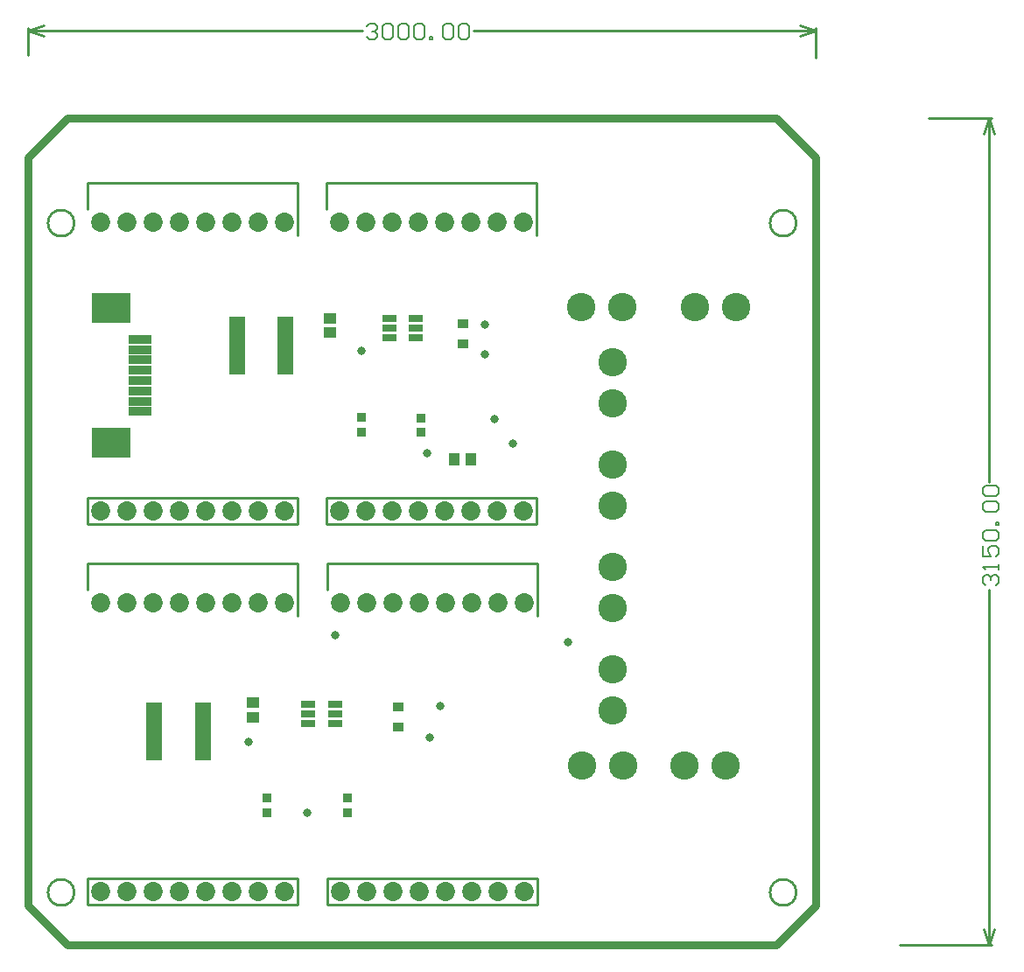
<source format=gbs>
G04*
G04 #@! TF.GenerationSoftware,Altium Limited,Altium Designer,22.9.1 (49)*
G04*
G04 Layer_Color=16711935*
%FSLAX24Y24*%
%MOIN*%
G70*
G04*
G04 #@! TF.SameCoordinates,10C0EDED-7795-41B1-8CC0-87200EC90710*
G04*
G04*
G04 #@! TF.FilePolarity,Negative*
G04*
G01*
G75*
%ADD12C,0.0100*%
%ADD14C,0.0300*%
%ADD15C,0.0060*%
%ADD19R,0.0434X0.0454*%
%ADD21C,0.0730*%
%ADD22C,0.1084*%
%ADD23C,0.0330*%
%ADD41R,0.0630X0.2244*%
%ADD43R,0.0398X0.0339*%
%ADD45R,0.1497X0.1135*%
%ADD46R,0.0867X0.0320*%
%ADD47R,0.0356X0.0356*%
%ADD48R,0.0533X0.0316*%
%ADD49R,0.0470X0.0387*%
D12*
X29250Y2000D02*
G03*
X29250Y2000I-500J0D01*
G01*
Y27500D02*
G03*
X29250Y27500I-500J0D01*
G01*
X1750Y2000D02*
G03*
X1750Y2000I-500J0D01*
G01*
Y27500D02*
G03*
X1750Y27500I-500J0D01*
G01*
X2250Y1550D02*
X10250D01*
Y2550D01*
X2250D02*
X10250D01*
X2250Y1550D02*
Y2550D01*
X10250Y12550D02*
Y14550D01*
X3250D02*
X10250D01*
X2250Y13550D02*
Y14550D01*
X3250D01*
X2250Y29050D02*
X3250D01*
X2250Y28050D02*
Y29050D01*
X3250D02*
X10250D01*
Y27050D02*
Y29050D01*
X2250Y16050D02*
Y17050D01*
X10250D01*
Y16050D02*
Y17050D01*
X2250Y16050D02*
X10250D01*
X11400Y1550D02*
X19400D01*
Y2550D01*
X11400D02*
X19400D01*
X11400Y1550D02*
Y2550D01*
X19400Y12550D02*
Y14550D01*
X12400D02*
X19400D01*
X11400Y13550D02*
Y14550D01*
X12400D01*
X11350Y16050D02*
X19350D01*
Y17050D01*
X11350D02*
X19350D01*
X11350Y16050D02*
Y17050D01*
X19350Y27050D02*
Y29050D01*
X12350D02*
X19350D01*
X11350Y28050D02*
Y29050D01*
X12350D01*
X0Y34850D02*
X600Y35050D01*
X0Y34850D02*
X600Y34650D01*
X29400D02*
X30000Y34850D01*
X29400Y35050D02*
X30000Y34850D01*
X0D02*
X12731D01*
X16949D02*
X30000D01*
X0Y33900D02*
Y34950D01*
X30000Y33800D02*
Y34950D01*
X36400Y600D02*
X36600Y0D01*
X36800Y600D01*
X36600Y31500D02*
X36800Y30900D01*
X36400D02*
X36600Y31500D01*
Y0D02*
Y13531D01*
Y17649D02*
Y31500D01*
X33200Y0D02*
X36700D01*
X34300Y31500D02*
X36700D01*
D14*
X30000Y1500D02*
Y30000D01*
X1500Y31500D02*
X28500D01*
X30000Y30000D01*
X-0D02*
X0Y1500D01*
Y30000D02*
X1500Y31500D01*
X28500Y0D02*
X30000Y1500D01*
X0D02*
X1500Y0D01*
X28500D01*
D15*
X12891Y34990D02*
X12991Y35090D01*
X13191D01*
X13290Y34990D01*
Y34890D01*
X13191Y34790D01*
X13091D01*
X13191D01*
X13290Y34690D01*
Y34590D01*
X13191Y34490D01*
X12991D01*
X12891Y34590D01*
X13490Y34990D02*
X13590Y35090D01*
X13790D01*
X13890Y34990D01*
Y34590D01*
X13790Y34490D01*
X13590D01*
X13490Y34590D01*
Y34990D01*
X14090D02*
X14190Y35090D01*
X14390D01*
X14490Y34990D01*
Y34590D01*
X14390Y34490D01*
X14190D01*
X14090Y34590D01*
Y34990D01*
X14690D02*
X14790Y35090D01*
X14990D01*
X15090Y34990D01*
Y34590D01*
X14990Y34490D01*
X14790D01*
X14690Y34590D01*
Y34990D01*
X15290Y34490D02*
Y34590D01*
X15390D01*
Y34490D01*
X15290D01*
X15790Y34990D02*
X15890Y35090D01*
X16090D01*
X16190Y34990D01*
Y34590D01*
X16090Y34490D01*
X15890D01*
X15790Y34590D01*
Y34990D01*
X16389D02*
X16489Y35090D01*
X16689D01*
X16789Y34990D01*
Y34590D01*
X16689Y34490D01*
X16489D01*
X16389Y34590D01*
Y34990D01*
X36460Y13691D02*
X36360Y13791D01*
Y13991D01*
X36460Y14090D01*
X36560D01*
X36660Y13991D01*
Y13891D01*
Y13991D01*
X36760Y14090D01*
X36860D01*
X36960Y13991D01*
Y13791D01*
X36860Y13691D01*
X36960Y14290D02*
Y14490D01*
Y14390D01*
X36360D01*
X36460Y14290D01*
X36360Y15190D02*
Y14790D01*
X36660D01*
X36560Y14990D01*
Y15090D01*
X36660Y15190D01*
X36860D01*
X36960Y15090D01*
Y14890D01*
X36860Y14790D01*
X36460Y15390D02*
X36360Y15490D01*
Y15690D01*
X36460Y15790D01*
X36860D01*
X36960Y15690D01*
Y15490D01*
X36860Y15390D01*
X36460D01*
X36960Y15990D02*
X36860D01*
Y16090D01*
X36960D01*
Y15990D01*
X36460Y16490D02*
X36360Y16590D01*
Y16790D01*
X36460Y16890D01*
X36860D01*
X36960Y16790D01*
Y16590D01*
X36860Y16490D01*
X36460D01*
Y17090D02*
X36360Y17189D01*
Y17389D01*
X36460Y17489D01*
X36860D01*
X36960Y17389D01*
Y17189D01*
X36860Y17090D01*
X36460D01*
D19*
X16235Y18500D02*
D03*
X16865D02*
D03*
D21*
X3750Y2050D02*
D03*
X9750Y13050D02*
D03*
X8750D02*
D03*
X7750D02*
D03*
X6750D02*
D03*
X5750D02*
D03*
X4750D02*
D03*
X3750D02*
D03*
X2750D02*
D03*
Y2050D02*
D03*
X9750D02*
D03*
X8750D02*
D03*
X7750D02*
D03*
X6750D02*
D03*
X5750D02*
D03*
X4750D02*
D03*
Y16550D02*
D03*
X5750D02*
D03*
X6750D02*
D03*
X7750D02*
D03*
X8750D02*
D03*
X9750D02*
D03*
X2750D02*
D03*
Y27550D02*
D03*
X3750D02*
D03*
X4750D02*
D03*
X5750D02*
D03*
X6750D02*
D03*
X7750D02*
D03*
X8750D02*
D03*
X9750D02*
D03*
X3750Y16550D02*
D03*
X12900Y2050D02*
D03*
X18900Y13050D02*
D03*
X17900D02*
D03*
X16900D02*
D03*
X15900D02*
D03*
X14900D02*
D03*
X13900D02*
D03*
X12900D02*
D03*
X11900D02*
D03*
Y2050D02*
D03*
X18900D02*
D03*
X17900D02*
D03*
X16900D02*
D03*
X15900D02*
D03*
X14900D02*
D03*
X13900D02*
D03*
X12850Y16550D02*
D03*
X18850Y27550D02*
D03*
X17850D02*
D03*
X16850D02*
D03*
X15850D02*
D03*
X14850D02*
D03*
X13850D02*
D03*
X12850D02*
D03*
X11850D02*
D03*
Y16550D02*
D03*
X18850D02*
D03*
X17850D02*
D03*
X16850D02*
D03*
X15850D02*
D03*
X14850D02*
D03*
X13850D02*
D03*
D22*
X21100Y6850D02*
D03*
X22659D02*
D03*
X25000D02*
D03*
X26559D02*
D03*
X22250Y8941D02*
D03*
Y10500D02*
D03*
Y12841D02*
D03*
Y14400D02*
D03*
Y16750D02*
D03*
Y18309D02*
D03*
Y22209D02*
D03*
Y20650D02*
D03*
X26950Y24300D02*
D03*
X25391D02*
D03*
X22609D02*
D03*
X21050D02*
D03*
D23*
X17400Y23650D02*
D03*
Y22500D02*
D03*
X15300Y7900D02*
D03*
X15700Y9100D02*
D03*
X10625Y5049D02*
D03*
X8400Y7750D02*
D03*
X11700Y11800D02*
D03*
X20550Y11550D02*
D03*
X15175Y18725D02*
D03*
X18450Y19115D02*
D03*
X17750Y20050D02*
D03*
X12680Y22650D02*
D03*
D41*
X6650Y8150D02*
D03*
X4800D02*
D03*
X9800Y22850D02*
D03*
X7950D02*
D03*
D43*
X14100Y9084D02*
D03*
Y8316D02*
D03*
X16550Y23684D02*
D03*
Y22916D02*
D03*
D45*
X3157Y24255D02*
D03*
Y19145D02*
D03*
D46*
X4260Y23078D02*
D03*
Y22684D02*
D03*
Y22291D02*
D03*
Y21897D02*
D03*
Y21503D02*
D03*
Y21109D02*
D03*
Y20716D02*
D03*
Y20322D02*
D03*
D47*
X9100Y5049D02*
D03*
Y5600D02*
D03*
X12150Y5049D02*
D03*
Y5600D02*
D03*
X12700Y19549D02*
D03*
Y20100D02*
D03*
X14950Y19524D02*
D03*
Y20076D02*
D03*
D48*
X10650Y9174D02*
D03*
Y8800D02*
D03*
Y8426D02*
D03*
X11674D02*
D03*
Y8800D02*
D03*
Y9174D02*
D03*
X13738Y23874D02*
D03*
Y23500D02*
D03*
Y23126D02*
D03*
X14762D02*
D03*
Y23500D02*
D03*
Y23874D02*
D03*
D49*
X8550Y8674D02*
D03*
Y9226D02*
D03*
X11500Y23324D02*
D03*
Y23876D02*
D03*
M02*

</source>
